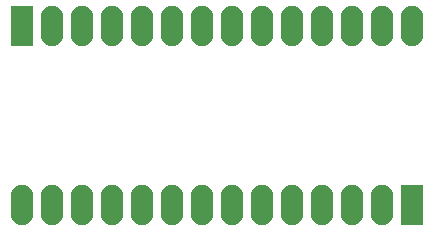
<source format=gbr>
G04 #@! TF.FileFunction,Soldermask,Bot*
%FSLAX46Y46*%
G04 Gerber Fmt 4.6, Leading zero omitted, Abs format (unit mm)*
G04 Created by KiCad (PCBNEW 4.0.2-stable) date 04/04/2016 12:25:54*
%MOMM*%
G01*
G04 APERTURE LIST*
%ADD10C,0.100000*%
%ADD11O,1.906220X3.414980*%
%ADD12R,1.906220X3.414980*%
G04 APERTURE END LIST*
D10*
D11*
X144940000Y-97100000D03*
X147480000Y-97100000D03*
X150020000Y-97100000D03*
X152560000Y-97100000D03*
X155100000Y-97100000D03*
X157640000Y-97100000D03*
X160180000Y-97100000D03*
X162720000Y-97100000D03*
X165260000Y-97100000D03*
X142400000Y-97100000D03*
X139860000Y-97100000D03*
X137320000Y-97100000D03*
X167800000Y-97100000D03*
D12*
X134780000Y-97100000D03*
D11*
X157580000Y-112300000D03*
X155040000Y-112300000D03*
X152500000Y-112300000D03*
X149960000Y-112300000D03*
X147420000Y-112300000D03*
X144880000Y-112300000D03*
X142340000Y-112300000D03*
X139800000Y-112300000D03*
X137260000Y-112300000D03*
X160120000Y-112300000D03*
X162660000Y-112300000D03*
X165200000Y-112300000D03*
X134720000Y-112300000D03*
D12*
X167740000Y-112300000D03*
M02*

</source>
